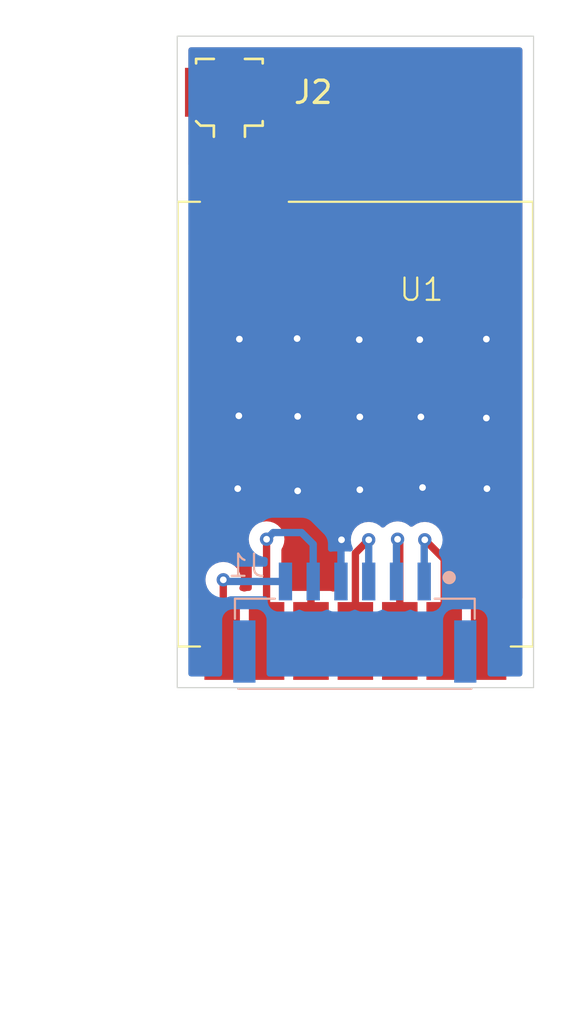
<source format=kicad_pcb>
(kicad_pcb (version 20240108) (generator "pcbnew") (generator_version "8.0")
  (layers (0 "F.Cu" signal) (31 "B.Cu" signal) (34 "B.Paste" user) (35 "F.Paste" user) (36 "B.SilkS" user "B.Silkscreen") (37 "F.SilkS" user "F.Silkscreen") (38 "B.Mask" user) (39 "F.Mask" user) (44 "Edge.Cuts" user))
  (net 0 "")
  (net 1 "GND")
  (net 2 "Net-(J2-In)")
  (net 3 "/DRX")
  (net 4 "/Enable")
  (net 5 "/DTX")
  (net 6 "/Vcc")
  (net 7 "/Config")
  (footprint "Rf Lib:HM-TRP" (layer "F.Cu") (at 0.025 27.45)
    (property "Reference" "U1" (at 10.975 -16.05 0) (layer "F.SilkS") (effects (font (thickness 0.1))))
    (property "Value" "~")
    (fp_line (start 0 -20) (end 1 -20) (stroke (width 0.1)) (layer "F.SilkS"))
    (fp_line (start 0 0) (end 0 -20) (stroke (width 0.1)) (layer "F.SilkS"))
    (fp_line (start 0 0) (end 1 0) (stroke (width 0.1)) (layer "F.SilkS"))
    (fp_line (start 5 -20) (end 16 -20) (stroke (width 0.1)) (layer "F.SilkS"))
    (fp_line (start 16 -20) (end 16 0) (stroke (width 0.1)) (layer "F.SilkS"))
    (fp_line (start 16 0) (end 15 0) (stroke (width 0.1)) (layer "F.SilkS"))
    (pad "1" smd rect (at 2 -0.25 180) (size 1.6 3.5) (layers "F.Cu" "F.Paste" "F.Mask") (net 6 "/Vcc"))
    (pad "2" smd rect (at 4 -0.25 180) (size 1.6 3.5) (layers "F.Cu" "F.Paste" "F.Mask") (net 5 "/DTX"))
    (pad "3" smd rect (at 6 -0.25 180) (size 1.6 3.5) (layers "F.Cu" "F.Paste" "F.Mask") (net 1 "GND"))
    (pad "4" smd rect (at 8 -0.25 180) (size 1.6 3.5) (layers "F.Cu" "F.Paste" "F.Mask") (net 3 "/DRX"))
    (pad "5" smd rect (at 10 -0.25 180) (size 1.6 3.5) (layers "F.Cu" "F.Paste" "F.Mask") (net 7 "/Config"))
    (pad "6" smd rect (at 12 -0.25 180) (size 1.6 3.5) (layers "F.Cu" "F.Paste" "F.Mask") (net 4 "/Enable"))
    (pad "7" smd rect (at 14 -0.25 180) (size 1.6 3.5) (layers "F.Cu" "F.Paste" "F.Mask"))
    (pad "8" smd rect (at 4 -19.75 180) (size 1.6 3.5) (layers "F.Cu" "F.Paste" "F.Mask") (net 1 "GND"))
    (pad "9" smd rect (at 2 -19.75 180) (size 1.6 3.5) (layers "F.Cu" "F.Paste" "F.Mask") (net 2 "Net-(J2-In)"))
  )
  (footprint "Connector_Coaxial:U.FL_Molex_MCRF_73412-0110_Vertical" (layer "F.Cu") (at 2.35 2.525)
    (property "Reference" "J2" (at 3.775 0 0) (layer "F.SilkS"))
    (property "Value" "Conn_Coaxial")
    (fp_line (start -1.5 -1.5) (end -0.7 -1.5) (stroke (width 0.12)) (layer "F.SilkS"))
    (fp_line (start -1.5 -1.3) (end -1.5 -1.5) (stroke (width 0.12)) (layer "F.SilkS"))
    (fp_line (start -1.3 1.5) (end -1.5 1.3) (stroke (width 0.12)) (layer "F.SilkS"))
    (fp_line (start -0.7 1.5) (end -1.3 1.5) (stroke (width 0.12)) (layer "F.SilkS"))
    (fp_line (start -0.7 1.5) (end -0.7 2) (stroke (width 0.12)) (layer "F.SilkS"))
    (fp_line (start 0.7 -1.5) (end 1.5 -1.5) (stroke (width 0.12)) (layer "F.SilkS"))
    (fp_line (start 0.7 1.5) (end 0.7 2) (stroke (width 0.12)) (layer "F.SilkS"))
    (fp_line (start 1.5 -1.5) (end 1.5 -1.3) (stroke (width 0.12)) (layer "F.SilkS"))
    (fp_line (start 1.5 1.3) (end 1.5 1.5) (stroke (width 0.12)) (layer "F.SilkS"))
    (fp_line (start 1.5 1.5) (end 0.7 1.5) (stroke (width 0.12)) (layer "F.SilkS"))
    (pad "1" smd rect (at 0 1.5) (size 1 1) (layers "F.Cu" "F.Paste" "F.Mask") (net 2 "Net-(J2-In)"))
    (pad "2" smd rect (at -1.475 0) (size 1.05 2.2) (layers "F.Cu" "F.Paste" "F.Mask") (net 1 "GND"))
    (pad "2" smd rect (at 1.475 0) (size 1.05 2.2) (layers "F.Cu" "F.Paste" "F.Mask") (net 1 "GND"))
  )
  (footprint "Rf Lib:WAFER-GH1.25-6PWB" (layer "B.Cu") (at 8 26.1 180)
    (property "Reference" "J1" (at 4.875 2.2875 0) (layer "B.SilkS") (effects (font (thickness 0.1)) (justify mirror)))
    (property "Value" "Conn_01x06")
    (fp_line (start 5.4 0.8) (end 5.4 -0.1) (stroke (width 0.1)) (layer "B.SilkS"))
    (fp_line (start 5.25 -3.25) (end -5.25 -3.25) (stroke (width 0.1)) (layer "B.SilkS"))
    (fp_line (start 3.6 0.8) (end 5.4 0.8) (stroke (width 0.1)) (layer "B.SilkS"))
    (fp_line (start -3.6 0.8) (end -5.4 0.8) (stroke (width 0.1)) (layer "B.SilkS"))
    (fp_line (start -5.4 0.8) (end -5.4 -0.1) (stroke (width 0.1)) (layer "B.SilkS"))
    (fp_circle (center -4.25 1.75) (end -4 1.75) (stroke (width 0.1)) (fill solid) (layer "B.SilkS"))
    (pad "1" smd rect (at -3.125 1.575) (size 0.6 1.7) (layers "B.Cu" "B.Paste" "B.Mask") (net 4 "/Enable"))
    (pad "2" smd rect (at -1.875 1.575) (size 0.6 1.7) (layers "B.Cu" "B.Paste" "B.Mask") (net 7 "/Config"))
    (pad "3" smd rect (at -0.625 1.575) (size 0.6 1.7) (layers "B.Cu" "B.Paste" "B.Mask") (net 3 "/DRX"))
    (pad "4" smd rect (at 0.625 1.575) (size 0.6 1.7) (layers "B.Cu" "B.Paste" "B.Mask") (net 1 "GND"))
    (pad "5" smd rect (at 1.875 1.575) (size 0.6 1.7) (layers "B.Cu" "B.Paste" "B.Mask") (net 5 "/DTX"))
    (pad "6" smd rect (at 3.125 1.575) (size 0.6 1.7) (layers "B.Cu" "B.Paste" "B.Mask") (net 6 "/Vcc"))
    (pad "7" smd rect (at 4.975 -1.575) (size 1 2.8) (layers "B.Cu" "B.Paste" "B.Mask"))
    (pad "8" smd rect (at -4.975 -1.575) (size 1 2.8) (layers "B.Cu" "B.Paste" "B.Mask"))
  )
  (gr_rect (start 0 0) (end 16.05 29.3) (stroke (width 0.05)) (fill none) (layer "Edge.Cuts"))
  (segment (start 7.4 22.65) (end 6.4 22.65) (width 0.33) (layer "F.Cu") (net 1))
  (segment (start 6.4 22.65) (end 6.025 23.025) (width 0.33) (layer "F.Cu") (net 1))
  (segment (start 6.025 23.025) (end 6.025 27.2) (width 0.33) (layer "F.Cu") (net 1))
  (via (at 13.95 20.35) (size 0.6) (drill 0.3) (layers "F.Cu" "B.Cu") (net 1))
  (via (at 13.925 17.175) (size 0.6) (drill 0.3) (layers "F.Cu" "B.Cu") (net 1))
  (via (at 5.425 17.1) (size 0.6) (drill 0.3) (layers "F.Cu" "B.Cu") (net 1))
  (via (at 2.8 13.625) (size 0.6) (drill 0.3) (layers "F.Cu" "B.Cu") (net 1))
  (via (at 11.05 20.3) (size 0.6) (drill 0.3) (layers "F.Cu" "B.Cu") (net 1))
  (via (at 2.725 20.35) (size 0.6) (drill 0.3) (layers "F.Cu" "B.Cu") (net 1))
  (via (at 10.925 13.65) (size 0.6) (drill 0.3) (layers "F.Cu" "B.Cu") (net 1))
  (via (at 7.4 22.65) (size 0.6) (drill 0.3) (layers "F.Cu" "B.Cu") (net 1))
  (via (at 8.225 20.4) (size 0.6) (drill 0.3) (layers "F.Cu" "B.Cu") (net 1))
  (via (at 10.975 17.125) (size 0.6) (drill 0.3) (layers "F.Cu" "B.Cu") (net 1))
  (via (at 2.775 17.075) (size 0.6) (drill 0.3) (layers "F.Cu" "B.Cu") (net 1))
  (via (at 8.225 17.125) (size 0.6) (drill 0.3) (layers "F.Cu" "B.Cu") (net 1))
  (via (at 5.425 20.45) (size 0.6) (drill 0.3) (layers "F.Cu" "B.Cu") (net 1))
  (via (at 13.925 13.625) (size 0.6) (drill 0.3) (layers "F.Cu" "B.Cu") (net 1))
  (via (at 8.2 13.65) (size 0.6) (drill 0.3) (layers "F.Cu" "B.Cu") (net 1))
  (via (at 5.4 13.6) (size 0.6) (drill 0.3) (layers "F.Cu" "B.Cu") (net 1))
  (segment (start 7.375 22.675) (end 7.4 22.65) (width 0.33) (layer "B.Cu") (net 1))
  (segment (start 7.375 24.525) (end 7.375 22.675) (width 0.33) (layer "B.Cu") (net 1))
  (segment (start 2.35 4.025) (end 2.35 6.915381) (width 1) (layer "F.Cu") (net 2))
  (arc (start 2.35 6.915381) (mid 2.265535 7.340014) (end 2.025 7.7) (width 1) (layer "F.Cu") (net 2))
  (segment (start 8.625 22.65) (end 8.025 23.25) (width 0.33) (layer "F.Cu") (net 3))
  (segment (start 8.025 23.25) (end 8.025 27.2) (width 0.33) (layer "F.Cu") (net 3))
  (via (at 8.625 22.65) (size 0.6) (drill 0.3) (layers "F.Cu" "B.Cu") (net 3))
  (segment (start 8.625 24.525) (end 8.625 22.65) (width 0.33) (layer "B.Cu") (net 3))
  (segment (start 11.15 22.65) (end 12.025 23.525) (width 0.33) (layer "F.Cu") (net 4))
  (segment (start 12.025 23.525) (end 12.025 27.2) (width 0.33) (layer "F.Cu") (net 4))
  (via (at 11.15 22.65) (size 0.6) (drill 0.3) (layers "F.Cu" "B.Cu") (net 4))
  (segment (start 11.125 22.675) (end 11.15 22.65) (width 0.33) (layer "B.Cu") (net 4))
  (segment (start 11.125 24.525) (end 11.125 22.675) (width 0.33) (layer "B.Cu") (net 4))
  (segment (start 4.025 22.625) (end 4.025 27.2) (width 0.33) (layer "F.Cu") (net 5))
  (via (at 4.025 22.625) (size 0.6) (drill 0.3) (layers "F.Cu" "B.Cu") (net 5))
  (segment (start 5.6 22.325) (end 5.125 22.325) (width 0.33) (layer "B.Cu") (net 5))
  (segment (start 6.125 24.525) (end 6.125 23.975) (width 0.33) (layer "B.Cu") (net 5))
  (segment (start 6.125 23.975) (end 6.125 22.85) (width 0.33) (layer "B.Cu") (net 5))
  (segment (start 4.325 22.325) (end 4.025 22.625) (width 0.33) (layer "B.Cu") (net 5))
  (segment (start 6.125 22.85) (end 5.6 22.325) (width 0.33) (layer "B.Cu") (net 5))
  (segment (start 5.125 22.325) (end 4.325 22.325) (width 0.33) (layer "B.Cu") (net 5))
  (segment (start 2.075 24.45) (end 2.075 27.15) (width 0.33) (layer "F.Cu") (net 6))
  (segment (start 2.075 27.15) (end 2.025 27.2) (width 0.33) (layer "F.Cu") (net 6))
  (via (at 2.075 24.45) (size 0.6) (drill 0.3) (layers "F.Cu" "B.Cu") (net 6))
  (segment (start 2.15 24.525) (end 2.075 24.45) (width 0.33) (layer "B.Cu") (net 6))
  (segment (start 4.875 24.525) (end 2.15 24.525) (width 0.33) (layer "B.Cu") (net 6))
  (segment (start 9.925 22.625) (end 10.025 22.725) (width 0.33) (layer "F.Cu") (net 7))
  (segment (start 10.025 22.725) (end 10.025 27.2) (width 0.33) (layer "F.Cu") (net 7))
  (via (at 9.925 22.625) (size 0.6) (drill 0.3) (layers "F.Cu" "B.Cu") (net 7))
  (segment (start 9.875 24.525) (end 9.875 22.675) (width 0.33) (layer "B.Cu") (net 7))
  (segment (start 9.875 22.675) (end 9.925 22.625) (width 0.33) (layer "B.Cu") (net 7))
  (zone (net 1) (net_name "GND") (layer "F.Cu") (priority 1) (connect_pads (clearance 0.5)) (min_thickness 0.25) (fill yes (thermal_gap 0.5) (thermal_bridge_width 0.5))
    (polygon (pts (xy 0 0) (xy 16.05 0) (xy 16.075 29.3) (xy 0 29.3)))
  )
  (zone (net 1) (net_name "GND") (layer "B.Cu") (connect_pads (clearance 0.5)) (min_thickness 0.25) (fill yes (thermal_gap 0.5) (thermal_bridge_width 0.5))
    (polygon (pts (xy 0 0) (xy 16.075 0) (xy 16.05 29.3) (xy 0 29.275)))
  )
)
</source>
